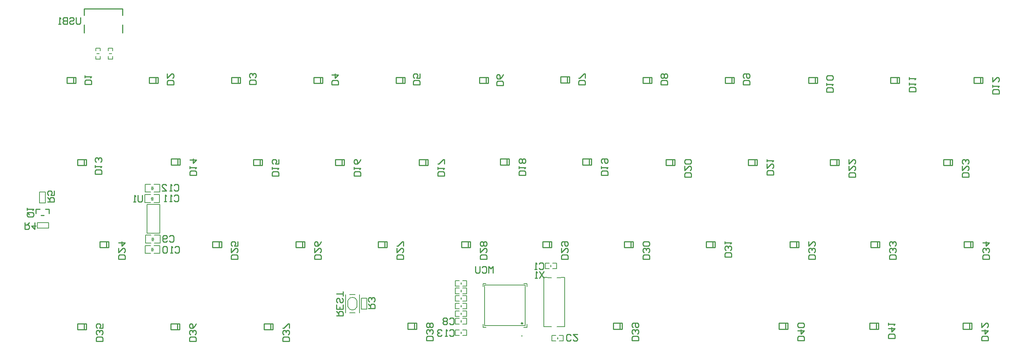
<source format=gbo>
G04*
G04 #@! TF.GenerationSoftware,Altium Limited,Altium Designer,23.0.1 (38)*
G04*
G04 Layer_Color=32896*
%FSLAX44Y44*%
%MOMM*%
G71*
G04*
G04 #@! TF.SameCoordinates,415B9E50-699A-4425-B3A7-CA41C988AD1A*
G04*
G04*
G04 #@! TF.FilePolarity,Positive*
G04*
G01*
G75*
%ADD11C,0.2540*%
%ADD64C,0.1778*%
%ADD65C,0.3000*%
%ADD66C,0.2000*%
%ADD67C,0.2032*%
%ADD68C,0.1524*%
%ADD69R,0.7620X0.2540*%
D11*
X330440Y668670D02*
X339080D01*
X330440Y658670D02*
Y668670D01*
X342301Y654670D02*
X348580D01*
X351800Y668670D02*
X360440D01*
Y658670D02*
Y668670D01*
X1902247Y580441D02*
Y593039D01*
X1897126Y580441D02*
Y593039D01*
X1881845Y593852D02*
X1902247D01*
X1881886Y580390D02*
Y593039D01*
X1881845Y579882D02*
X1902247D01*
X1713017Y580441D02*
Y593039D01*
X1707896Y580441D02*
Y593039D01*
X1692615Y593852D02*
X1713017D01*
X1692656Y580390D02*
Y593039D01*
X1692615Y579882D02*
X1713017D01*
X1523787Y580441D02*
Y593039D01*
X1518666Y580441D02*
Y593039D01*
X1503385Y593852D02*
X1523787D01*
X1503426Y580390D02*
Y593039D01*
X1503385Y579882D02*
X1523787D01*
X2499147Y580441D02*
Y593039D01*
X2494026Y580441D02*
Y593039D01*
X2478745Y593852D02*
X2499147D01*
X2478786Y580390D02*
Y593039D01*
X2478745Y579882D02*
X2499147D01*
X2071157Y391211D02*
Y403809D01*
X2066036Y391211D02*
Y403809D01*
X2050755Y404622D02*
X2071157D01*
X2050796Y391160D02*
Y403809D01*
X2050755Y390652D02*
X2071157D01*
X1687617Y391211D02*
Y403809D01*
X1682496Y391211D02*
Y403809D01*
X1667215Y404622D02*
X1687617D01*
X1667256Y391160D02*
Y403809D01*
X1667215Y390652D02*
X1687617D01*
X1211367Y391211D02*
Y403809D01*
X1206246Y391211D02*
Y403809D01*
X1190965Y404622D02*
X1211367D01*
X1191006Y391160D02*
Y403809D01*
X1190965Y390652D02*
X1211367D01*
X878627Y389941D02*
Y402539D01*
X873506Y389941D02*
Y402539D01*
X858225Y403352D02*
X878627D01*
X858266Y389890D02*
Y402539D01*
X858225Y389382D02*
X878627D01*
X662727Y389941D02*
Y402539D01*
X657606Y389941D02*
Y402539D01*
X642325Y403352D02*
X662727D01*
X642366Y389890D02*
Y402539D01*
X642325Y389382D02*
X662727D01*
X2496607Y391211D02*
Y403809D01*
X2491486Y391211D02*
Y403809D01*
X2476205Y404622D02*
X2496607D01*
X2476246Y391160D02*
Y403809D01*
X2476205Y390652D02*
X2496607D01*
X446827Y389941D02*
Y402539D01*
X441706Y389941D02*
Y402539D01*
X426425Y403352D02*
X446827D01*
X426466Y389890D02*
Y402539D01*
X426425Y389382D02*
X446827D01*
X2280707Y391211D02*
Y403809D01*
X2275586Y391211D02*
Y403809D01*
X2260305Y404622D02*
X2280707D01*
X2260346Y391160D02*
Y403809D01*
X2260305Y390652D02*
X2280707D01*
X952287Y580441D02*
Y593039D01*
X947166Y580441D02*
Y593039D01*
X931885Y593852D02*
X952287D01*
X931926Y580390D02*
Y593039D01*
X931885Y579882D02*
X952287D01*
X1142787Y580441D02*
Y593039D01*
X1137666Y580441D02*
Y593039D01*
X1122385Y593852D02*
X1142787D01*
X1122426Y580390D02*
Y593039D01*
X1122385Y579882D02*
X1142787D01*
X759755Y580441D02*
Y593039D01*
X754634Y580441D02*
Y593039D01*
X739353Y593852D02*
X759755D01*
X739394Y580390D02*
Y593039D01*
X739353Y579882D02*
X759755D01*
X498897Y580441D02*
Y593039D01*
X493776Y580441D02*
Y593039D01*
X478495Y593852D02*
X498897D01*
X478536Y580390D02*
Y593039D01*
X478495Y579882D02*
X498897D01*
X2283247Y580441D02*
Y593039D01*
X2278126Y580441D02*
Y593039D01*
X2262845Y593852D02*
X2283247D01*
X2262886Y580390D02*
Y593039D01*
X2262845Y579882D02*
X2283247D01*
X2096557Y580441D02*
Y593039D01*
X2091436Y580441D02*
Y593039D01*
X2076155Y593852D02*
X2096557D01*
X2076196Y580390D02*
Y593039D01*
X2076155Y579882D02*
X2096557D01*
X1335827Y580441D02*
Y593039D01*
X1330706Y580441D02*
Y593039D01*
X1315425Y593852D02*
X1335827D01*
X1315466Y580390D02*
Y593039D01*
X1315425Y579882D02*
X1335827D01*
X1616497Y772211D02*
Y784809D01*
X1611376Y772211D02*
Y784809D01*
X1596095Y785622D02*
X1616497D01*
X1596136Y772160D02*
Y784809D01*
X1596095Y771652D02*
X1616497D01*
X1238037Y770941D02*
Y783539D01*
X1232916Y770941D02*
Y783539D01*
X1217635Y784352D02*
X1238037D01*
X1217676Y770890D02*
Y783539D01*
X1217635Y770382D02*
X1238037D01*
X1043727Y770941D02*
Y783539D01*
X1038606Y770941D02*
Y783539D01*
X1023325Y784352D02*
X1043727D01*
X1023366Y770890D02*
Y783539D01*
X1023325Y770382D02*
X1043727D01*
X854497Y770941D02*
Y783539D01*
X849376Y770941D02*
Y783539D01*
X834095Y784352D02*
X854497D01*
X834136Y770890D02*
Y783539D01*
X834095Y770382D02*
X854497D01*
X663997Y772211D02*
Y784809D01*
X658876Y772211D02*
Y784809D01*
X643595Y785622D02*
X663997D01*
X643636Y772160D02*
Y784809D01*
X643595Y771652D02*
X663997D01*
X446827Y770941D02*
Y783539D01*
X441706Y770941D02*
Y783539D01*
X426425Y784352D02*
X446827D01*
X426466Y770890D02*
Y783539D01*
X426425Y770382D02*
X446827D01*
X2452157Y770941D02*
Y783539D01*
X2447036Y770941D02*
Y783539D01*
X2431755Y784352D02*
X2452157D01*
X2431796Y770890D02*
Y783539D01*
X2431755Y770382D02*
X2452157D01*
X2189267Y770941D02*
Y783539D01*
X2184146Y770941D02*
Y783539D01*
X2168865Y784352D02*
X2189267D01*
X2168906Y770890D02*
Y783539D01*
X2168865Y770382D02*
X2189267D01*
X2000037Y770941D02*
Y783539D01*
X1994916Y770941D02*
Y783539D01*
X1979635Y784352D02*
X2000037D01*
X1979676Y770890D02*
Y783539D01*
X1979635Y770382D02*
X2000037D01*
X1425997Y772211D02*
Y784809D01*
X1420876Y772211D02*
Y784809D01*
X1405595Y785622D02*
X1425997D01*
X1405636Y772160D02*
Y784809D01*
X1405595Y771652D02*
X1425997D01*
X1809537Y770941D02*
Y783539D01*
X1804416Y770941D02*
Y783539D01*
X1789135Y784352D02*
X1809537D01*
X1789176Y770890D02*
Y783539D01*
X1789135Y770382D02*
X1809537D01*
X1946697Y961441D02*
Y974039D01*
X1941576Y961441D02*
Y974039D01*
X1926295Y974852D02*
X1946697D01*
X1926336Y961390D02*
Y974039D01*
X1926295Y960882D02*
X1946697D01*
X2139737Y961441D02*
Y974039D01*
X2134616Y961441D02*
Y974039D01*
X2119335Y974852D02*
X2139737D01*
X2119376Y961390D02*
Y974039D01*
X2119335Y960882D02*
X2139737D01*
X2328967Y961441D02*
Y974039D01*
X2323846Y961441D02*
Y974039D01*
X2308565Y974852D02*
X2328967D01*
X2308606Y961390D02*
Y974039D01*
X2308565Y960882D02*
X2328967D01*
X2522007Y961441D02*
Y974039D01*
X2516886Y961441D02*
Y974039D01*
X2501605Y974852D02*
X2522007D01*
X2501646Y961390D02*
Y974039D01*
X2501605Y960882D02*
X2522007D01*
X803697Y961441D02*
Y974039D01*
X798576Y961441D02*
Y974039D01*
X783295Y974852D02*
X803697D01*
X783336Y961390D02*
Y974039D01*
X783295Y960882D02*
X803697D01*
X1756197Y961441D02*
Y974039D01*
X1751076Y961441D02*
Y974039D01*
X1735795Y974852D02*
X1756197D01*
X1735836Y961390D02*
Y974039D01*
X1735795Y960882D02*
X1756197D01*
X613197Y961441D02*
Y974039D01*
X608076Y961441D02*
Y974039D01*
X592795Y974852D02*
X613197D01*
X592836Y961390D02*
Y974039D01*
X592795Y960882D02*
X613197D01*
X1565697Y962711D02*
Y975309D01*
X1560576Y962711D02*
Y975309D01*
X1545295Y976122D02*
X1565697D01*
X1545336Y962660D02*
Y975309D01*
X1545295Y962152D02*
X1565697D01*
X1184697Y961441D02*
Y974039D01*
X1179576Y961441D02*
Y974039D01*
X1164295Y974852D02*
X1184697D01*
X1164336Y961390D02*
Y974039D01*
X1164295Y960882D02*
X1184697D01*
X1377737Y961441D02*
Y974039D01*
X1372616Y961441D02*
Y974039D01*
X1357335Y974852D02*
X1377737D01*
X1357376Y961390D02*
Y974039D01*
X1357335Y960882D02*
X1377737D01*
X994197Y961441D02*
Y974039D01*
X989076Y961441D02*
Y974039D01*
X973795Y974852D02*
X994197D01*
X973836Y961390D02*
Y974039D01*
X973795Y960882D02*
X994197D01*
X422697Y961441D02*
Y974039D01*
X417576Y961441D02*
Y974039D01*
X402295Y974852D02*
X422697D01*
X402336Y961390D02*
Y974039D01*
X402295Y960882D02*
X422697D01*
X441649Y1077626D02*
Y1096256D01*
Y1133439D02*
X531049D01*
X441649Y1118627D02*
Y1133439D01*
X531049Y1077623D02*
Y1096259D01*
Y1118623D02*
Y1133439D01*
X1506217Y524507D02*
X1496060Y509272D01*
Y524507D02*
X1506217Y509272D01*
X1490982D02*
X1485903D01*
X1488442D01*
Y524507D01*
X1490982Y521968D01*
X576577Y701038D02*
Y688342D01*
X574038Y685803D01*
X568959D01*
X566420Y688342D01*
Y701038D01*
X561342Y685803D02*
X556263D01*
X558802D01*
Y701038D01*
X561342Y698498D01*
X1026162Y421649D02*
X1041397D01*
Y429267D01*
X1038858Y431806D01*
X1033780D01*
X1031241Y429267D01*
Y421649D01*
Y426727D02*
X1026162Y431806D01*
X1041397Y447041D02*
Y436884D01*
X1026162D01*
Y447041D01*
X1033780Y436884D02*
Y441963D01*
X1038858Y462276D02*
X1041397Y459737D01*
Y454658D01*
X1038858Y452119D01*
X1036319D01*
X1033780Y454658D01*
Y459737D01*
X1031241Y462276D01*
X1028702D01*
X1026162Y459737D01*
Y454658D01*
X1028702Y452119D01*
X1041397Y467354D02*
Y477511D01*
Y472433D01*
X1026162D01*
X356872Y685804D02*
X372108D01*
Y693422D01*
X369568Y695961D01*
X364490D01*
X361951Y693422D01*
Y685804D01*
Y690882D02*
X356872Y695961D01*
X372108Y711196D02*
Y701039D01*
X364490D01*
X367029Y706117D01*
Y708657D01*
X364490Y711196D01*
X359412D01*
X356872Y708657D01*
Y703578D01*
X359412Y701039D01*
X304804Y637537D02*
Y622302D01*
X312422D01*
X314961Y624842D01*
Y629920D01*
X312422Y632459D01*
X304804D01*
X309883D02*
X314961Y637537D01*
X327657D02*
Y622302D01*
X320039Y629920D01*
X330196D01*
X1100099Y438303D02*
X1115334D01*
Y445921D01*
X1112795Y448460D01*
X1107717D01*
X1105178Y445921D01*
Y438303D01*
Y443382D02*
X1100099Y448460D01*
X1112795Y453538D02*
X1115334Y456078D01*
Y461156D01*
X1112795Y463695D01*
X1110256D01*
X1107717Y461156D01*
Y458617D01*
Y461156D01*
X1105178Y463695D01*
X1102638D01*
X1100099Y461156D01*
Y456078D01*
X1102638Y453538D01*
X312422Y661670D02*
X322578D01*
X325117Y659131D01*
Y654053D01*
X322578Y651513D01*
X312422D01*
X309883Y654053D01*
Y659131D01*
X314961Y656592D02*
X309883Y661670D01*
Y659131D02*
X312422Y661670D01*
X309883Y666748D02*
Y671827D01*
Y669288D01*
X325117D01*
X322578Y666748D01*
X2534661Y363982D02*
X2519426D01*
Y371600D01*
X2521965Y374139D01*
X2532122D01*
X2534661Y371600D01*
Y363982D01*
X2519426Y386835D02*
X2534661D01*
X2527043Y379217D01*
Y389374D01*
X2519426Y404609D02*
Y394452D01*
X2529583Y404609D01*
X2532122D01*
X2534661Y402070D01*
Y396991D01*
X2532122Y394452D01*
X2318761Y369062D02*
X2303526D01*
Y376679D01*
X2306065Y379219D01*
X2316222D01*
X2318761Y376679D01*
Y369062D01*
X2303526Y391915D02*
X2318761D01*
X2311143Y384297D01*
Y394454D01*
X2303526Y399532D02*
Y404610D01*
Y402071D01*
X2318761D01*
X2316222Y399532D01*
X2109211Y363982D02*
X2093976D01*
Y371600D01*
X2096515Y374139D01*
X2106672D01*
X2109211Y371600D01*
Y363982D01*
X2093976Y386835D02*
X2109211D01*
X2101593Y379217D01*
Y389374D01*
X2106672Y394452D02*
X2109211Y396991D01*
Y402070D01*
X2106672Y404609D01*
X2096515D01*
X2093976Y402070D01*
Y396991D01*
X2096515Y394452D01*
X2106672D01*
X1725671Y363982D02*
X1710436D01*
Y371600D01*
X1712975Y374139D01*
X1723132D01*
X1725671Y371600D01*
Y363982D01*
X1723132Y379217D02*
X1725671Y381756D01*
Y386835D01*
X1723132Y389374D01*
X1720593D01*
X1718053Y386835D01*
Y384295D01*
Y386835D01*
X1715514Y389374D01*
X1712975D01*
X1710436Y386835D01*
Y381756D01*
X1712975Y379217D01*
Y394452D02*
X1710436Y396991D01*
Y402070D01*
X1712975Y404609D01*
X1723132D01*
X1725671Y402070D01*
Y396991D01*
X1723132Y394452D01*
X1720593D01*
X1718053Y396991D01*
Y404609D01*
X1249421Y363982D02*
X1234186D01*
Y371600D01*
X1236725Y374139D01*
X1246882D01*
X1249421Y371600D01*
Y363982D01*
X1246882Y379217D02*
X1249421Y381756D01*
Y386835D01*
X1246882Y389374D01*
X1244343D01*
X1241804Y386835D01*
Y384295D01*
Y386835D01*
X1239264Y389374D01*
X1236725D01*
X1234186Y386835D01*
Y381756D01*
X1236725Y379217D01*
X1246882Y394452D02*
X1249421Y396991D01*
Y402070D01*
X1246882Y404609D01*
X1244343D01*
X1241804Y402070D01*
X1239264Y404609D01*
X1236725D01*
X1234186Y402070D01*
Y396991D01*
X1236725Y394452D01*
X1239264D01*
X1241804Y396991D01*
X1244343Y394452D01*
X1246882D01*
X1241804Y396991D02*
Y402070D01*
X916681Y362712D02*
X901446D01*
Y370330D01*
X903985Y372869D01*
X914142D01*
X916681Y370330D01*
Y362712D01*
X914142Y377947D02*
X916681Y380486D01*
Y385565D01*
X914142Y388104D01*
X911603D01*
X909063Y385565D01*
Y383025D01*
Y385565D01*
X906524Y388104D01*
X903985D01*
X901446Y385565D01*
Y380486D01*
X903985Y377947D01*
X916681Y393182D02*
Y403339D01*
X914142D01*
X903985Y393182D01*
X901446D01*
X700781Y362712D02*
X685546D01*
Y370330D01*
X688085Y372869D01*
X698242D01*
X700781Y370330D01*
Y362712D01*
X698242Y377947D02*
X700781Y380486D01*
Y385565D01*
X698242Y388104D01*
X695703D01*
X693164Y385565D01*
Y383025D01*
Y385565D01*
X690624Y388104D01*
X688085D01*
X685546Y385565D01*
Y380486D01*
X688085Y377947D01*
X700781Y403339D02*
X698242Y398260D01*
X693164Y393182D01*
X688085D01*
X685546Y395721D01*
Y400800D01*
X688085Y403339D01*
X690624D01*
X693164Y400800D01*
Y393182D01*
X484881Y362712D02*
X469646D01*
Y370330D01*
X472185Y372869D01*
X482342D01*
X484881Y370330D01*
Y362712D01*
X482342Y377947D02*
X484881Y380486D01*
Y385565D01*
X482342Y388104D01*
X479803D01*
X477263Y385565D01*
Y383025D01*
Y385565D01*
X474724Y388104D01*
X472185D01*
X469646Y385565D01*
Y380486D01*
X472185Y377947D01*
X484881Y403339D02*
Y393182D01*
X477263D01*
X479803Y398260D01*
Y400800D01*
X477263Y403339D01*
X472185D01*
X469646Y400800D01*
Y395721D01*
X472185Y393182D01*
X2537201Y553212D02*
X2521966D01*
Y560830D01*
X2524505Y563369D01*
X2534662D01*
X2537201Y560830D01*
Y553212D01*
X2534662Y568447D02*
X2537201Y570986D01*
Y576065D01*
X2534662Y578604D01*
X2532123D01*
X2529583Y576065D01*
Y573525D01*
Y576065D01*
X2527044Y578604D01*
X2524505D01*
X2521966Y576065D01*
Y570986D01*
X2524505Y568447D01*
X2521966Y591300D02*
X2537201D01*
X2529583Y583682D01*
Y593839D01*
X2321301Y553212D02*
X2306066D01*
Y560830D01*
X2308605Y563369D01*
X2318762D01*
X2321301Y560830D01*
Y553212D01*
X2318762Y568447D02*
X2321301Y570986D01*
Y576065D01*
X2318762Y578604D01*
X2316223D01*
X2313683Y576065D01*
Y573525D01*
Y576065D01*
X2311144Y578604D01*
X2308605D01*
X2306066Y576065D01*
Y570986D01*
X2308605Y568447D01*
X2318762Y583682D02*
X2321301Y586221D01*
Y591300D01*
X2318762Y593839D01*
X2316223D01*
X2313683Y591300D01*
Y588760D01*
Y591300D01*
X2311144Y593839D01*
X2308605D01*
X2306066Y591300D01*
Y586221D01*
X2308605Y583682D01*
X2134611Y553212D02*
X2119376D01*
Y560830D01*
X2121915Y563369D01*
X2132072D01*
X2134611Y560830D01*
Y553212D01*
X2132072Y568447D02*
X2134611Y570986D01*
Y576065D01*
X2132072Y578604D01*
X2129533D01*
X2126994Y576065D01*
Y573525D01*
Y576065D01*
X2124454Y578604D01*
X2121915D01*
X2119376Y576065D01*
Y570986D01*
X2121915Y568447D01*
X2119376Y593839D02*
Y583682D01*
X2129533Y593839D01*
X2132072D01*
X2134611Y591300D01*
Y586221D01*
X2132072Y583682D01*
X1940301Y558292D02*
X1925066D01*
Y565910D01*
X1927605Y568449D01*
X1937762D01*
X1940301Y565910D01*
Y558292D01*
X1937762Y573527D02*
X1940301Y576066D01*
Y581145D01*
X1937762Y583684D01*
X1935223D01*
X1932684Y581145D01*
Y578605D01*
Y581145D01*
X1930144Y583684D01*
X1927605D01*
X1925066Y581145D01*
Y576066D01*
X1927605Y573527D01*
X1925066Y588762D02*
Y593840D01*
Y591301D01*
X1940301D01*
X1937762Y588762D01*
X1751071Y553212D02*
X1735836D01*
Y560830D01*
X1738375Y563369D01*
X1748532D01*
X1751071Y560830D01*
Y553212D01*
X1748532Y568447D02*
X1751071Y570986D01*
Y576065D01*
X1748532Y578604D01*
X1745993D01*
X1743454Y576065D01*
Y573525D01*
Y576065D01*
X1740914Y578604D01*
X1738375D01*
X1735836Y576065D01*
Y570986D01*
X1738375Y568447D01*
X1748532Y583682D02*
X1751071Y586221D01*
Y591300D01*
X1748532Y593839D01*
X1738375D01*
X1735836Y591300D01*
Y586221D01*
X1738375Y583682D01*
X1748532D01*
X1561841Y553212D02*
X1546606D01*
Y560830D01*
X1549145Y563369D01*
X1559302D01*
X1561841Y560830D01*
Y553212D01*
X1546606Y578604D02*
Y568447D01*
X1556763Y578604D01*
X1559302D01*
X1561841Y576065D01*
Y570986D01*
X1559302Y568447D01*
X1549145Y583682D02*
X1546606Y586221D01*
Y591300D01*
X1549145Y593839D01*
X1559302D01*
X1561841Y591300D01*
Y586221D01*
X1559302Y583682D01*
X1556763D01*
X1554223Y586221D01*
Y593839D01*
X1373881Y553212D02*
X1358646D01*
Y560830D01*
X1361185Y563369D01*
X1371342D01*
X1373881Y560830D01*
Y553212D01*
X1358646Y578604D02*
Y568447D01*
X1368803Y578604D01*
X1371342D01*
X1373881Y576065D01*
Y570986D01*
X1371342Y568447D01*
Y583682D02*
X1373881Y586221D01*
Y591300D01*
X1371342Y593839D01*
X1368803D01*
X1366263Y591300D01*
X1363724Y593839D01*
X1361185D01*
X1358646Y591300D01*
Y586221D01*
X1361185Y583682D01*
X1363724D01*
X1366263Y586221D01*
X1368803Y583682D01*
X1371342D01*
X1366263Y586221D02*
Y591300D01*
X1180841Y553212D02*
X1165606D01*
Y560830D01*
X1168145Y563369D01*
X1178302D01*
X1180841Y560830D01*
Y553212D01*
X1165606Y578604D02*
Y568447D01*
X1175763Y578604D01*
X1178302D01*
X1180841Y576065D01*
Y570986D01*
X1178302Y568447D01*
X1180841Y583682D02*
Y593839D01*
X1178302D01*
X1168145Y583682D01*
X1165606D01*
X990341Y553212D02*
X975106D01*
Y560830D01*
X977645Y563369D01*
X987802D01*
X990341Y560830D01*
Y553212D01*
X975106Y578604D02*
Y568447D01*
X985263Y578604D01*
X987802D01*
X990341Y576065D01*
Y570986D01*
X987802Y568447D01*
X990341Y593839D02*
X987802Y588760D01*
X982723Y583682D01*
X977645D01*
X975106Y586221D01*
Y591300D01*
X977645Y593839D01*
X980184D01*
X982723Y591300D01*
Y583682D01*
X797809Y553212D02*
X782574D01*
Y560830D01*
X785113Y563369D01*
X795270D01*
X797809Y560830D01*
Y553212D01*
X782574Y578604D02*
Y568447D01*
X792731Y578604D01*
X795270D01*
X797809Y576065D01*
Y570986D01*
X795270Y568447D01*
X797809Y593839D02*
Y583682D01*
X790191D01*
X792731Y588760D01*
Y591300D01*
X790191Y593839D01*
X785113D01*
X782574Y591300D01*
Y586221D01*
X785113Y583682D01*
X536951Y553212D02*
X521716D01*
Y560830D01*
X524255Y563369D01*
X534412D01*
X536951Y560830D01*
Y553212D01*
X521716Y578604D02*
Y568447D01*
X531873Y578604D01*
X534412D01*
X536951Y576065D01*
Y570986D01*
X534412Y568447D01*
X521716Y591300D02*
X536951D01*
X529333Y583682D01*
Y593839D01*
X2490211Y743712D02*
X2474976D01*
Y751329D01*
X2477515Y753869D01*
X2487672D01*
X2490211Y751329D01*
Y743712D01*
X2474976Y769104D02*
Y758947D01*
X2485133Y769104D01*
X2487672D01*
X2490211Y766565D01*
Y761486D01*
X2487672Y758947D01*
Y774182D02*
X2490211Y776721D01*
Y781800D01*
X2487672Y784339D01*
X2485133D01*
X2482594Y781800D01*
Y779260D01*
Y781800D01*
X2480054Y784339D01*
X2477515D01*
X2474976Y781800D01*
Y776721D01*
X2477515Y774182D01*
X2227321Y743712D02*
X2212086D01*
Y751329D01*
X2214625Y753869D01*
X2224782D01*
X2227321Y751329D01*
Y743712D01*
X2212086Y769104D02*
Y758947D01*
X2222243Y769104D01*
X2224782D01*
X2227321Y766565D01*
Y761486D01*
X2224782Y758947D01*
X2212086Y784339D02*
Y774182D01*
X2222243Y784339D01*
X2224782D01*
X2227321Y781800D01*
Y776721D01*
X2224782Y774182D01*
X2038091Y748792D02*
X2022856D01*
Y756410D01*
X2025395Y758949D01*
X2035552D01*
X2038091Y756410D01*
Y748792D01*
X2022856Y774184D02*
Y764027D01*
X2033013Y774184D01*
X2035552D01*
X2038091Y771645D01*
Y766566D01*
X2035552Y764027D01*
X2022856Y779262D02*
Y784341D01*
Y781801D01*
X2038091D01*
X2035552Y779262D01*
X1847591Y743712D02*
X1832356D01*
Y751329D01*
X1834895Y753869D01*
X1845052D01*
X1847591Y751329D01*
Y743712D01*
X1832356Y769104D02*
Y758947D01*
X1842513Y769104D01*
X1845052D01*
X1847591Y766565D01*
Y761486D01*
X1845052Y758947D01*
Y774182D02*
X1847591Y776721D01*
Y781800D01*
X1845052Y784339D01*
X1834895D01*
X1832356Y781800D01*
Y776721D01*
X1834895Y774182D01*
X1845052D01*
X1654551Y747522D02*
X1639316D01*
Y755139D01*
X1641855Y757679D01*
X1652012D01*
X1654551Y755139D01*
Y747522D01*
X1639316Y762757D02*
Y767835D01*
Y765296D01*
X1654551D01*
X1652012Y762757D01*
X1641855Y775453D02*
X1639316Y777992D01*
Y783071D01*
X1641855Y785610D01*
X1652012D01*
X1654551Y783071D01*
Y777992D01*
X1652012Y775453D01*
X1649473D01*
X1646933Y777992D01*
Y785610D01*
X1464051Y747522D02*
X1448816D01*
Y755139D01*
X1451355Y757679D01*
X1461512D01*
X1464051Y755139D01*
Y747522D01*
X1448816Y762757D02*
Y767835D01*
Y765296D01*
X1464051D01*
X1461512Y762757D01*
Y775453D02*
X1464051Y777992D01*
Y783071D01*
X1461512Y785610D01*
X1458973D01*
X1456434Y783071D01*
X1453894Y785610D01*
X1451355D01*
X1448816Y783071D01*
Y777992D01*
X1451355Y775453D01*
X1453894D01*
X1456434Y777992D01*
X1458973Y775453D01*
X1461512D01*
X1456434Y777992D02*
Y783071D01*
X1276091Y746252D02*
X1260856D01*
Y753869D01*
X1263395Y756409D01*
X1273552D01*
X1276091Y753869D01*
Y746252D01*
X1260856Y761487D02*
Y766565D01*
Y764026D01*
X1276091D01*
X1273552Y761487D01*
X1276091Y774183D02*
Y784340D01*
X1273552D01*
X1263395Y774183D01*
X1260856D01*
X1081781Y746252D02*
X1066546D01*
Y753869D01*
X1069085Y756409D01*
X1079242D01*
X1081781Y753869D01*
Y746252D01*
X1066546Y761487D02*
Y766565D01*
Y764026D01*
X1081781D01*
X1079242Y761487D01*
X1081781Y784340D02*
X1079242Y779261D01*
X1074164Y774183D01*
X1069085D01*
X1066546Y776722D01*
Y781801D01*
X1069085Y784340D01*
X1071624D01*
X1074164Y781801D01*
Y774183D01*
X892551Y746252D02*
X877316D01*
Y753869D01*
X879855Y756409D01*
X890012D01*
X892551Y753869D01*
Y746252D01*
X877316Y761487D02*
Y766565D01*
Y764026D01*
X892551D01*
X890012Y761487D01*
X892551Y784340D02*
Y774183D01*
X884933D01*
X887473Y779261D01*
Y781801D01*
X884933Y784340D01*
X879855D01*
X877316Y781801D01*
Y776722D01*
X879855Y774183D01*
X702051Y747522D02*
X686816D01*
Y755139D01*
X689355Y757679D01*
X699512D01*
X702051Y755139D01*
Y747522D01*
X686816Y762757D02*
Y767835D01*
Y765296D01*
X702051D01*
X699512Y762757D01*
X686816Y783071D02*
X702051D01*
X694434Y775453D01*
Y785610D01*
X482598Y750576D02*
X467363D01*
Y758194D01*
X469902Y760733D01*
X480058D01*
X482598Y758194D01*
Y750576D01*
X467363Y765811D02*
Y770890D01*
Y768350D01*
X482598D01*
X480058Y765811D01*
Y778507D02*
X482598Y781046D01*
Y786125D01*
X480058Y788664D01*
X477519D01*
X474980Y786125D01*
Y783586D01*
Y786125D01*
X472441Y788664D01*
X469902D01*
X467363Y786125D01*
Y781046D01*
X469902Y778507D01*
X2560061Y936752D02*
X2544826D01*
Y944370D01*
X2547365Y946909D01*
X2557522D01*
X2560061Y944370D01*
Y936752D01*
X2544826Y951987D02*
Y957065D01*
Y954526D01*
X2560061D01*
X2557522Y951987D01*
X2544826Y974840D02*
Y964683D01*
X2554983Y974840D01*
X2557522D01*
X2560061Y972300D01*
Y967222D01*
X2557522Y964683D01*
X2367021Y941832D02*
X2351786D01*
Y949449D01*
X2354325Y951989D01*
X2364482D01*
X2367021Y949449D01*
Y941832D01*
X2351786Y957067D02*
Y962145D01*
Y959606D01*
X2367021D01*
X2364482Y957067D01*
X2351786Y969763D02*
Y974841D01*
Y972302D01*
X2367021D01*
X2364482Y969763D01*
X2175508Y941076D02*
X2160273D01*
Y948694D01*
X2162812Y951233D01*
X2172968D01*
X2175508Y948694D01*
Y941076D01*
X2160273Y956311D02*
Y961390D01*
Y958850D01*
X2175508D01*
X2172968Y956311D01*
Y969007D02*
X2175508Y971546D01*
Y976625D01*
X2172968Y979164D01*
X2162812D01*
X2160273Y976625D01*
Y971546D01*
X2162812Y969007D01*
X2172968D01*
X1982467Y957584D02*
X1967233D01*
Y965202D01*
X1969772Y967741D01*
X1979928D01*
X1982467Y965202D01*
Y957584D01*
X1969772Y972819D02*
X1967233Y975358D01*
Y980437D01*
X1969772Y982976D01*
X1979928D01*
X1982467Y980437D01*
Y975358D01*
X1979928Y972819D01*
X1977389D01*
X1974850Y975358D01*
Y982976D01*
X1791967Y957584D02*
X1776732D01*
Y965202D01*
X1779272Y967741D01*
X1789428D01*
X1791967Y965202D01*
Y957584D01*
X1789428Y972819D02*
X1791967Y975358D01*
Y980437D01*
X1789428Y982976D01*
X1786889D01*
X1784350Y980437D01*
X1781811Y982976D01*
X1779272D01*
X1776732Y980437D01*
Y975358D01*
X1779272Y972819D01*
X1781811D01*
X1784350Y975358D01*
X1786889Y972819D01*
X1789428D01*
X1784350Y975358D02*
Y980437D01*
X1601467Y957584D02*
X1586232D01*
Y965202D01*
X1588772Y967741D01*
X1598928D01*
X1601467Y965202D01*
Y957584D01*
Y972819D02*
Y982976D01*
X1598928D01*
X1588772Y972819D01*
X1586232D01*
X1411729Y956314D02*
X1396494D01*
Y963932D01*
X1399034Y966471D01*
X1409190D01*
X1411729Y963932D01*
Y956314D01*
Y981706D02*
X1409190Y976628D01*
X1404112Y971549D01*
X1399034D01*
X1396494Y974088D01*
Y979167D01*
X1399034Y981706D01*
X1401573D01*
X1404112Y979167D01*
Y971549D01*
X1219197Y957584D02*
X1203962D01*
Y965202D01*
X1206502Y967741D01*
X1216658D01*
X1219197Y965202D01*
Y957584D01*
Y982976D02*
Y972819D01*
X1211580D01*
X1214119Y977897D01*
Y980437D01*
X1211580Y982976D01*
X1206502D01*
X1203962Y980437D01*
Y975358D01*
X1206502Y972819D01*
X1029967Y957584D02*
X1014733D01*
Y965202D01*
X1017272Y967741D01*
X1027428D01*
X1029967Y965202D01*
Y957584D01*
X1014733Y980437D02*
X1029967D01*
X1022350Y972819D01*
Y982976D01*
X839467Y958854D02*
X824232D01*
Y966472D01*
X826772Y969011D01*
X836928D01*
X839467Y966472D01*
Y958854D01*
X836928Y974089D02*
X839467Y976628D01*
Y981707D01*
X836928Y984246D01*
X834389D01*
X831850Y981707D01*
Y979167D01*
Y981707D01*
X829311Y984246D01*
X826772D01*
X824232Y981707D01*
Y976628D01*
X826772Y974089D01*
X648968Y957584D02*
X633732D01*
Y965202D01*
X636272Y967741D01*
X646428D01*
X648968Y965202D01*
Y957584D01*
X633732Y982976D02*
Y972819D01*
X643889Y982976D01*
X646428D01*
X648968Y980437D01*
Y975358D01*
X646428Y972819D01*
X458467Y958853D02*
X443232D01*
Y966471D01*
X445772Y969010D01*
X455928D01*
X458467Y966471D01*
Y958853D01*
X443232Y974088D02*
Y979167D01*
Y976628D01*
X458467D01*
X455928Y974088D01*
X1287626Y387349D02*
X1290165Y389888D01*
X1295244D01*
X1297783Y387349D01*
Y377192D01*
X1295244Y374653D01*
X1290165D01*
X1287626Y377192D01*
X1282548Y374653D02*
X1277469D01*
X1280009D01*
Y389888D01*
X1282548Y387349D01*
X1269852D02*
X1267313Y389888D01*
X1262234D01*
X1259695Y387349D01*
Y384810D01*
X1262234Y382271D01*
X1264774D01*
X1262234D01*
X1259695Y379732D01*
Y377192D01*
X1262234Y374653D01*
X1267313D01*
X1269852Y377192D01*
X650237Y723898D02*
X652776Y726438D01*
X657855D01*
X660394Y723898D01*
Y713742D01*
X657855Y711202D01*
X652776D01*
X650237Y713742D01*
X645159Y711202D02*
X640080D01*
X642620D01*
Y726438D01*
X645159Y723898D01*
X622306Y711202D02*
X632463D01*
X622306Y721359D01*
Y723898D01*
X624845Y726438D01*
X629924D01*
X632463Y723898D01*
X650238Y699768D02*
X652777Y702308D01*
X657856D01*
X660395Y699768D01*
Y689612D01*
X657856Y687073D01*
X652777D01*
X650238Y689612D01*
X645160Y687073D02*
X640081D01*
X642620D01*
Y702308D01*
X645160Y699768D01*
X632464Y687073D02*
X627385D01*
X629925D01*
Y702308D01*
X632464Y699768D01*
X651507Y580388D02*
X654046Y582928D01*
X659125D01*
X661664Y580388D01*
Y570232D01*
X659125Y567692D01*
X654046D01*
X651507Y570232D01*
X646429Y567692D02*
X641350D01*
X643890D01*
Y582928D01*
X646429Y580388D01*
X633733D02*
X631194Y582928D01*
X626115D01*
X623576Y580388D01*
Y570232D01*
X626115Y567692D01*
X631194D01*
X633733Y570232D01*
Y580388D01*
X638809Y605788D02*
X641348Y608327D01*
X646427D01*
X648966Y605788D01*
Y595632D01*
X646427Y593092D01*
X641348D01*
X638809Y595632D01*
X633731D02*
X631192Y593092D01*
X626113D01*
X623574Y595632D01*
Y605788D01*
X626113Y608327D01*
X631192D01*
X633731Y605788D01*
Y603249D01*
X631192Y600710D01*
X623574D01*
X1287930Y414017D02*
X1290469Y416557D01*
X1295548D01*
X1298087Y414017D01*
Y403861D01*
X1295548Y401322D01*
X1290469D01*
X1287930Y403861D01*
X1282852Y414017D02*
X1280312Y416557D01*
X1275234D01*
X1272695Y414017D01*
Y411478D01*
X1275234Y408939D01*
X1272695Y406400D01*
Y403861D01*
X1275234Y401322D01*
X1280312D01*
X1282852Y403861D01*
Y406400D01*
X1280312Y408939D01*
X1282852Y411478D01*
Y414017D01*
X1280312Y408939D02*
X1275234D01*
X1568451Y365762D02*
X1565912Y363222D01*
X1560833D01*
X1558294Y365762D01*
Y375918D01*
X1560833Y378457D01*
X1565912D01*
X1568451Y375918D01*
X1583686Y378457D02*
X1573529D01*
X1583686Y368301D01*
Y365762D01*
X1581147Y363222D01*
X1576068D01*
X1573529Y365762D01*
X1494790Y542288D02*
X1497329Y544827D01*
X1502408D01*
X1504947Y542288D01*
Y532132D01*
X1502408Y529593D01*
X1497329D01*
X1494790Y532132D01*
X1489712Y529593D02*
X1484633D01*
X1487172D01*
Y544827D01*
X1489712Y542288D01*
X1388103Y520703D02*
Y535938D01*
X1383025Y530859D01*
X1377947Y535938D01*
Y520703D01*
X1362712Y533398D02*
X1365251Y535938D01*
X1370329D01*
X1372868Y533398D01*
Y523242D01*
X1370329Y520703D01*
X1365251D01*
X1362712Y523242D01*
X1357633Y535938D02*
Y523242D01*
X1355094Y520703D01*
X1350016D01*
X1347477Y523242D01*
Y535938D01*
X433062Y1113788D02*
Y1101092D01*
X430523Y1098552D01*
X425444D01*
X422905Y1101092D01*
Y1113788D01*
X407670Y1111248D02*
X410209Y1113788D01*
X415288D01*
X417827Y1111248D01*
Y1108709D01*
X415288Y1106170D01*
X410209D01*
X407670Y1103631D01*
Y1101092D01*
X410209Y1098552D01*
X415288D01*
X417827Y1101092D01*
X402592Y1113788D02*
Y1098552D01*
X394974D01*
X392435Y1101092D01*
Y1103631D01*
X394974Y1106170D01*
X402592D01*
X394974D01*
X392435Y1108709D01*
Y1111248D01*
X394974Y1113788D01*
X402592D01*
X387357Y1098552D02*
X382278D01*
X384817D01*
Y1113788D01*
X387357Y1111248D01*
D64*
X1073489Y456700D02*
G03*
X1052617Y457080I-10499J-3281D01*
G01*
X1052491Y442580D02*
G03*
X1073363Y442200I10499J3281D01*
G01*
X1046990Y428580D02*
Y470580D01*
X1078990Y428580D02*
Y470580D01*
X1056490Y428580D02*
X1069490D01*
X1056490Y470580D02*
X1069490D01*
X1073489Y442326D02*
Y456700D01*
X1052491Y442580D02*
Y456954D01*
D65*
X1456921Y404017D02*
G03*
X1456921Y404017I-1501J0D01*
G01*
D66*
X1456421Y374780D02*
G03*
X1456421Y374780I-1001J0D01*
G01*
D67*
X338939Y682959D02*
X351939D01*
Y708959D01*
X338939D02*
X351939D01*
X338939Y682959D02*
Y708959D01*
X333709Y624585D02*
Y637584D01*
Y624585D02*
X359709D01*
Y637584D01*
X333709D02*
X359709D01*
X617051Y566166D02*
Y584454D01*
X583051Y566166D02*
Y584454D01*
Y566166D02*
X596241D01*
X603861D02*
X617051D01*
X603861Y584453D02*
X617051D01*
X583051D02*
X596241D01*
X617710Y590297D02*
Y608585D01*
X583710Y590297D02*
Y608585D01*
Y590297D02*
X596900D01*
X604520D02*
X617710D01*
X604520Y608583D02*
X617710D01*
X583710D02*
X596900D01*
X583049Y708406D02*
Y726694D01*
X617049Y708406D02*
Y726694D01*
X603859D02*
X617049D01*
X583049D02*
X596239D01*
X583049Y708408D02*
X596239D01*
X603859D02*
X617049D01*
X582440Y684275D02*
Y702563D01*
X616440Y684275D02*
Y702563D01*
X603250D02*
X616440D01*
X582440D02*
X595630D01*
X582440Y684277D02*
X595630D01*
X603250D02*
X616440D01*
X1083438Y462730D02*
X1096438D01*
X1083438Y436730D02*
Y462730D01*
Y436730D02*
X1096438D01*
Y462730D01*
X1535580Y530710D02*
Y543710D01*
X1509580Y530710D02*
Y543710D01*
Y530710D02*
X1518771D01*
X1509580Y543710D02*
X1518771D01*
X1526391Y530710D02*
X1535580D01*
X1526391Y543710D02*
X1535580D01*
X1524971Y363069D02*
Y376069D01*
X1550971Y363069D02*
Y376069D01*
X1541780D02*
X1550971D01*
X1541780Y363069D02*
X1550971D01*
X1524971Y376069D02*
X1534160D01*
X1524971Y363069D02*
X1534160D01*
X1327449Y455164D02*
Y468164D01*
X1301449Y455164D02*
Y468164D01*
Y455164D02*
X1310640D01*
X1301449Y468164D02*
X1310640Y468164D01*
X1318260Y455164D02*
X1327449D01*
X1318260Y468164D02*
X1327449Y468164D01*
Y437589D02*
Y450589D01*
X1301449Y437589D02*
Y450589D01*
Y437589D02*
X1310640D01*
X1301449Y450589D02*
X1310640D01*
X1318260Y437589D02*
X1327449D01*
X1318260Y450589D02*
X1327449D01*
X1327600Y420014D02*
Y433015D01*
X1301600Y420014D02*
Y433015D01*
Y420014D02*
X1310791D01*
X1301600Y433015D02*
X1310791D01*
X1318411Y420014D02*
X1327600D01*
X1318411Y433015D02*
X1327600D01*
X1327449Y375771D02*
Y388771D01*
X1301449Y375771D02*
Y388771D01*
Y375771D02*
X1310640D01*
X1301449Y388771D02*
X1310640D01*
X1318260Y375771D02*
X1327449D01*
X1318260Y388771D02*
X1327449D01*
X1327600Y402440D02*
Y415440D01*
X1301600Y402440D02*
Y415440D01*
Y402440D02*
X1310791D01*
X1301600Y415440D02*
X1310791D01*
X1318411Y402440D02*
X1327600D01*
X1318411Y415440D02*
X1327600D01*
X1327449Y490313D02*
Y503313D01*
X1301449Y490313D02*
Y503313D01*
Y490313D02*
X1310640D01*
X1301449Y503313D02*
X1310640D01*
X1318260Y490313D02*
X1327449D01*
X1318260Y503313D02*
X1327449D01*
Y472739D02*
Y485738D01*
X1301449Y472739D02*
Y485738D01*
Y472739D02*
X1310640D01*
X1301449Y485738D02*
X1310640D01*
X1318260Y472739D02*
X1327449D01*
X1318260Y485738D02*
X1327449D01*
D68*
X587536Y613430D02*
Y679954D01*
Y613430D02*
X616964D01*
Y679954D01*
X587536D02*
X616964D01*
X598781Y571499D02*
Y579119D01*
X601321Y571499D02*
Y579119D01*
Y575309D02*
X602591D01*
X597511D02*
X598781D01*
X599440Y595630D02*
Y603250D01*
X601980Y595630D02*
Y603250D01*
Y599440D02*
X603250D01*
X598170D02*
X599440D01*
X601319Y713741D02*
Y721361D01*
X598779Y713741D02*
Y721361D01*
X597509Y717551D02*
X598779D01*
X601319D02*
X602589D01*
X600710Y689610D02*
Y697230D01*
X598170Y689610D02*
Y697230D01*
X596900Y693420D02*
X598170D01*
X600710D02*
X601980D01*
X1522581Y534923D02*
Y539495D01*
X1521819Y537209D02*
X1522581D01*
X1523343D01*
X1537970Y367284D02*
Y371856D01*
Y369570D02*
X1538732D01*
X1537208D02*
X1537970D01*
X1314450Y459377D02*
Y463949D01*
X1313688Y461663D02*
X1314450D01*
X1315212D01*
X1314450Y441802D02*
Y446375D01*
X1313688Y444089D02*
X1314450D01*
X1315212D01*
X1314601Y424228D02*
Y428800D01*
X1313839Y426514D02*
X1314601D01*
X1315363D01*
X1314450Y379984D02*
Y384556D01*
X1313688Y382270D02*
X1314450D01*
X1315212D01*
X1314601Y406653D02*
Y411225D01*
X1313839Y408939D02*
X1314601D01*
X1315363D01*
X1506220Y396016D02*
X1523726Y396165D01*
X1506220Y396016D02*
Y510316D01*
X1523726Y510165D01*
X1536974D02*
X1554480Y510316D01*
Y396016D02*
Y510316D01*
X1536974Y396165D02*
X1554480Y396016D01*
X1506220D02*
X1523726Y396165D01*
X1506220Y396016D02*
Y510316D01*
X1523726Y510165D01*
X1536974D02*
X1554480Y510316D01*
Y396016D02*
Y510316D01*
X1536974Y396165D02*
X1554480Y396016D01*
X478806Y1017270D02*
Y1023620D01*
X468646Y1017270D02*
X478806D01*
X468646D02*
Y1023620D01*
Y1036320D02*
Y1042670D01*
X478806D01*
Y1036320D02*
Y1042670D01*
X1314450Y494526D02*
Y499098D01*
X1313688Y496812D02*
X1314450D01*
X1315212D01*
X497824Y1036320D02*
Y1042670D01*
X507984D01*
Y1036320D02*
Y1042670D01*
Y1017270D02*
Y1023620D01*
X497824Y1017270D02*
X507984D01*
X497824D02*
Y1023620D01*
X1314450Y476951D02*
Y481524D01*
X1313688Y479238D02*
X1314450D01*
X1315212D01*
X1369298Y399018D02*
X1462802D01*
X1369298D02*
Y492522D01*
X1462802D01*
Y399018D02*
Y492522D01*
X1365250Y394970D02*
X1372570D01*
X1365250D02*
Y402290D01*
X1459530Y394970D02*
X1466850D01*
Y402290D01*
X1365250Y496570D02*
X1372570D01*
X1365250Y489250D02*
Y496570D01*
X1459530D02*
X1466850D01*
Y489250D02*
Y496570D01*
D69*
X473726Y1029970D02*
D03*
X502904D02*
D03*
M02*

</source>
